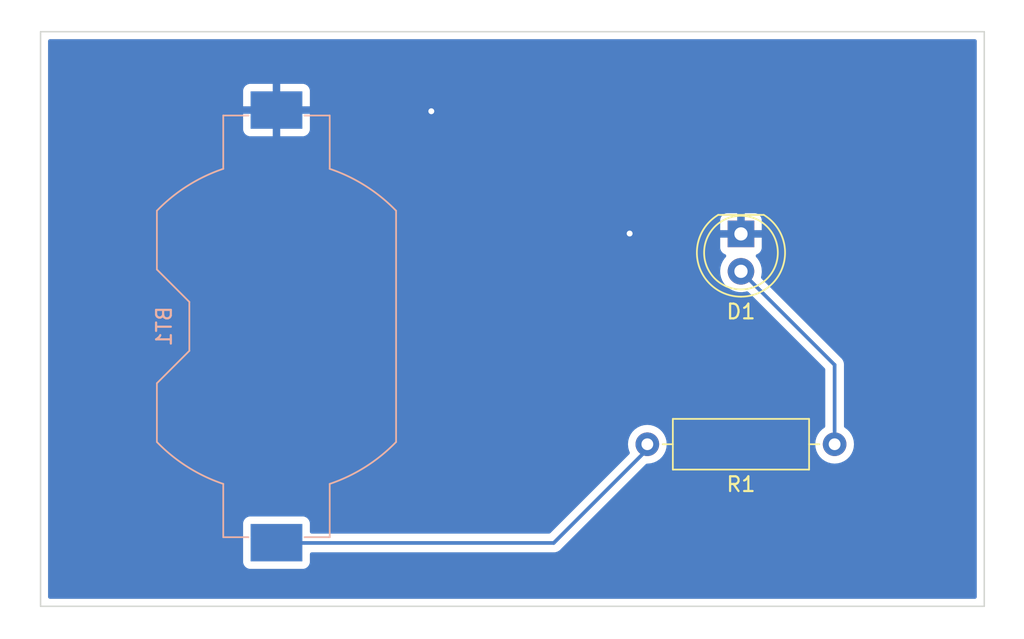
<source format=kicad_pcb>
(kicad_pcb (version 20211014) (generator pcbnew)
  (layers (0 "F.Cu" jumper) (31 "B.Cu" jumper) (34 "B.Paste" user) (35 "F.Paste" user) (36 "B.SilkS" user "B.Silkscreen") (37 "F.SilkS" user "F.Silkscreen") (38 "B.Mask" user) (39 "F.Mask" user) (44 "Edge.Cuts" user))
  (net 0 "")
  (net 1 "VCC")
  (net 2 "GND")
  (net 3 "/LED")
  (footprint "LED_THT:LED_D5.0mm" (layer "F.Cu") (at 178.5 74.225 -90)
    (fp_text reference "D1" (at 5.275 0 180) (layer "F.SilkS"))
    (fp_text value "Red LED")
    (fp_line (start -1.29 -1.545) (end -1.29 1.545) (layer "F.SilkS") (width 0.12))
    (fp_arc (start -1.29 -1.54483) (mid 2.072002 -2.880433) (end 4.26 0.000462) (layer "F.SilkS") (width 0.12))
    (fp_arc (start 4.26 -0.000462) (mid 2.072002 2.880433) (end -1.29 1.54483) (layer "F.SilkS") (width 0.12))
    (fp_circle (center 1.27 0) (end 3.77 0) (layer "F.SilkS") (width 0.12) (fill none))
    (pad "1" thru_hole rect (at 0 0 270) (size 1.8 1.8) (drill 0.9) (layers *.Cu *.Mask) (net 2 "GND"))
    (pad "2" thru_hole circle (at 2.54 0 270) (size 1.8 1.8) (drill 0.9) (layers *.Cu *.Mask) (net 3 "/LED"))
  )
  (footprint "Resistor_THT:R_Axial_DIN0309_L9.0mm_D3.2mm_P12.70mm_Horizontal" (layer "F.Cu") (at 184.85 88.5 180)
    (fp_text reference "R1" (at 6.35 -2.72) (layer "F.SilkS"))
    (fp_text value "1k")
    (fp_line (start 11.66 0) (end 10.97 0) (layer "F.SilkS") (width 0.12))
    (fp_line (start 1.73 -1.72) (end 1.73 1.72) (layer "F.SilkS") (width 0.12))
    (fp_line (start 1.04 0) (end 1.73 0) (layer "F.SilkS") (width 0.12))
    (fp_line (start 10.97 1.72) (end 10.97 -1.72) (layer "F.SilkS") (width 0.12))
    (fp_line (start 1.73 1.72) (end 10.97 1.72) (layer "F.SilkS") (width 0.12))
    (fp_line (start 10.97 -1.72) (end 1.73 -1.72) (layer "F.SilkS") (width 0.12))
    (pad "1" thru_hole circle (at 0 0 180) (size 1.6 1.6) (drill 0.8) (layers *.Cu *.Mask) (net 3 "/LED"))
    (pad "2" thru_hole oval (at 12.7 0 180) (size 1.6 1.6) (drill 0.8) (layers *.Cu *.Mask) (net 1 "VCC"))
  )
  (footprint "Battery:BatteryHolder_Keystone_1058_1x2032" (layer "B.Cu") (at 147 80.5 90)
    (fp_text reference "BT1" (at 0 -7.62 90) (layer "B.SilkS") (effects (justify mirror)))
    (fp_text value "3V")
    (fp_line (start -7.8473 8.11) (end 7.8473 8.11) (layer "B.SilkS") (width 0.12))
    (fp_line (start -14.31 1.9) (end -14.31 3.61) (layer "B.SilkS") (width 0.12))
    (fp_line (start 14.31 1.9) (end 14.31 3.61) (layer "B.SilkS") (width 0.12))
    (fp_line (start -14.31 -1.9) (end -14.31 -3.61) (layer "B.SilkS") (width 0.12))
    (fp_line (start 14.31 -3.61) (end 10.692 -3.61) (layer "B.SilkS") (width 0.12))
    (fp_line (start 14.31 -1.9) (end 14.31 -3.61) (layer "B.SilkS") (width 0.12))
    (fp_line (start -14.31 3.61) (end -10.692 3.61) (layer "B.SilkS") (width 0.12))
    (fp_line (start -1.66 -5.91) (end -3.86 -8.11) (layer "B.SilkS") (width 0.12))
    (fp_line (start 7.8473 -8.11) (end 3.86 -8.11) (layer "B.SilkS") (width 0.12))
    (fp_line (start -3.86 -8.11) (end -7.8473 -8.11) (layer "B.SilkS") (width 0.12))
    (fp_line (start 1.66 -5.91) (end -1.66 -5.91) (layer "B.SilkS") (width 0.12))
    (fp_line (start -10.692 -3.61) (end -14.31 -3.61) (layer "B.SilkS") (width 0.12))
    (fp_line (start 10.692 3.61) (end 14.31 3.61) (layer "B.SilkS") (width 0.12))
    (fp_line (start 1.66 -5.91) (end 3.86 -8.11) (layer "B.SilkS") (width 0.12))
    (fp_arc (start 7.845371 -8.111789) (mid 9.538084 -6.031244) (end 10.692 -3.61) (layer "B.SilkS") (width 0.12))
    (fp_arc (start 10.692 3.61) (mid 9.538084 6.031244) (end 7.845371 8.111789) (layer "B.SilkS") (width 0.12))
    (fp_arc (start -10.692 -3.61) (mid -9.538085 -6.031245) (end -7.845371 -8.111789) (layer "B.SilkS") (width 0.12))
    (fp_arc (start -7.845371 8.111789) (mid -9.538084 6.031244) (end -10.692 3.61) (layer "B.SilkS") (width 0.12))
    (pad "1" smd rect (at -14.68 0 90) (size 2.54 3.51) (layers "B.Cu" "B.Paste" "B.Mask") (net 1 "VCC"))
    (pad "2" smd rect (at 14.68 0 90) (size 2.54 3.51) (layers "B.Cu" "B.Paste" "B.Mask") (net 2 "GND"))
  )
  (gr_rect (start 131 60.5) (end 195 99.5) (layer "Edge.Cuts") (width 0.1) (fill none))
  (segment (start 148.3 95.2) (end 165.8 95.2) (width 0.25) (layer "B.Cu") (net 1))
  (segment (start 147 95.18) (end 148.28 95.18) (width 0.25) (layer "B.Cu") (net 1))
  (segment (start 172.15 88.85) (end 172.15 88.5) (width 0.25) (layer "B.Cu") (net 1))
  (segment (start 148.28 95.18) (end 148.3 95.2) (width 0.25) (layer "B.Cu") (net 1))
  (segment (start 165.8 95.2) (end 172.15 88.85) (width 0.25) (layer "B.Cu") (net 1))
  (segment (start 170.95 74.2) (end 168.45 74.2) (width 0.25) (layer "F.Cu") (net 2))
  (segment (start 160.15 65.9) (end 157.5 65.9) (width 0.25) (layer "F.Cu") (net 2))
  (segment (start 160.15 65.9) (end 168.45 74.2) (width 0.25) (layer "F.Cu") (net 2))
  (via (at 157.5 65.9) (size 0.8) (drill 0.4) (layers "F.Cu" "B.Cu") (net 2))
  (via (at 170.95 74.2) (size 0.8) (drill 0.4) (layers "F.Cu" "B.Cu") (net 2))
  (segment (start 157.42 65.82) (end 147 65.82) (width 0.25) (layer "B.Cu") (net 2))
  (segment (start 170.975 74.225) (end 170.95 74.2) (width 0.25) (layer "B.Cu") (net 2))
  (segment (start 178.5 74.225) (end 170.975 74.225) (width 0.25) (layer "B.Cu") (net 2))
  (segment (start 157.5 65.9) (end 157.42 65.82) (width 0.25) (layer "B.Cu") (net 2))
  (segment (start 184.85 88.5) (end 184.85 83.115) (width 0.25) (layer "B.Cu") (net 3))
  (segment (start 184.85 83.115) (end 178.5 76.765) (width 0.25) (layer "B.Cu") (net 3))
  (zone (net 2) (net_name "GND") (layer "B.Cu") (connect_pads (clearance 0.508)) (min_thickness 0.254) (fill yes (thermal_gap 0.508) (thermal_bridge_width 0.508))
    (polygon (pts (xy 197.7 101.75) (xy 128.35 101.65) (xy 128.35 58.45) (xy 128.25 58.35) (xy 197.7 58.35)))
  )
)
</source>
